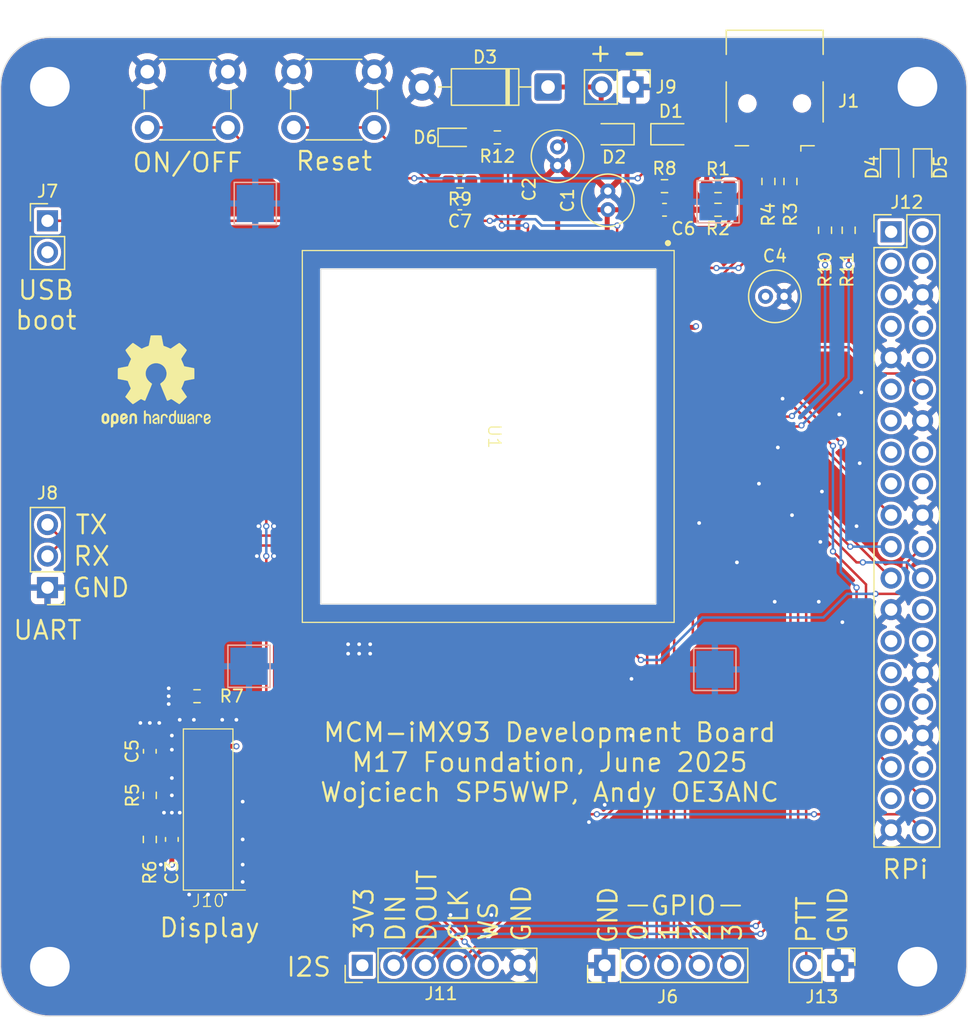
<source format=kicad_pcb>
(kicad_pcb (version 20241229) (generator "pcbnew") (generator_version "9.0")
  (layers (0 "F.Cu" signal) (4 "In1.Cu" power) (6 "In2.Cu" power) (2 "B.Cu" signal) (13 "F.Paste" user) (15 "B.Paste" user) (5 "F.SilkS" user "F.Silkscreen") (7 "B.SilkS" user "B.Silkscreen") (1 "F.Mask" user) (3 "B.Mask" user) (25 "Edge.Cuts" user))
  (net 0 "")
  (net 1 "GND")
  (net 2 "Net-(D2-A)")
  (net 3 "+3V3")
  (net 4 "Net-(J10-Pin_17)")
  (net 5 "/ON{slash}OFF")
  (net 6 "/SOM_RST")
  (net 7 "+5V")
  (net 8 "Net-(D1-A)")
  (net 9 "Net-(D4-A)")
  (net 10 "Net-(D5-A)")
  (net 11 "Net-(D6-A)")
  (net 12 "Net-(J1-D-)")
  (net 13 "Net-(J1-D+)")
  (net 15 "/GPIO_1")
  (net 16 "/GPIO_0")
  (net 17 "/GPIO_2")
  (net 18 "/GPIO_3")
  (net 19 "/USB_BOOT")
  (net 20 "/UART_TX")
  (net 21 "/UART_RX")
  (net 23 "/~{LCD_CS}")
  (net 26 "Net-(J10-Pin_2)")
  (net 29 "/LCD_RS")
  (net 32 "Net-(J10-Pin_20)")
  (net 33 "/SPI1_MOSI")
  (net 34 "/SPI1_SCK")
  (net 36 "/I2S1_DIN")
  (net 37 "/I2S1_DOUT")
  (net 38 "/I2S1_CLK")
  (net 39 "/I2S1_WS")
  (net 42 "/I2S0_CLK")
  (net 46 "/RF_RST")
  (net 51 "/~{RF_CS}")
  (net 61 "/I2S0_WS")
  (net 62 "/SPI0_MOSI")
  (net 63 "/I2S0_DOUT")
  (net 64 "/SPI0_SCK")
  (net 65 "/I2S0_DIN")
  (net 68 "/SPI0_MISO")
  (net 70 "/PTT_BTN")
  (net 71 "Net-(R1-Pad1)")
  (net 72 "Net-(R3-Pad1)")
  (net 73 "Net-(R4-Pad1)")
  (net 74 "Net-(R8-Pad2)")
  (net 75 "Net-(R9-Pad2)")
  (net 76 "/STATUS_LED_1")
  (net 77 "/STATUS_LED_0")
  (net 78 "/SOM_STBY")
  (net 121 "/SPI1_MISO")
  (net 141 "/USB_ID")
  (footprint "MountingHole:MountingHole_3.2mm_M3_DIN965_Pad" (layer "F.Cu") (at 185 65)
    (property "Reference" "H3" (hide yes))
    (property "Value" "M3")
  )
  (footprint "Resistor_SMD:R_0603_1608Metric_Pad0.98x0.95mm_HandSolder" (layer "F.Cu") (at 177.546 76.581 -90)
    (property "Reference" "R10")
    (property "Value" "1k")
  )
  (footprint "Parts:QFN-140_hole_small" (layer "F.Cu") (at 150.368 93.218 -90)
    (property "Reference" "U1")
    (property "Value" "MCM-iMX93")
    (fp_line (start -13.5 13.5) (end -13.5 -13.5) (stroke (width 0.05)) (layer "Edge.Cuts"))
    (fp_line (start 13.5 13.5) (end -13.5 13.5) (stroke (width 0.05)) (layer "Edge.Cuts"))
    (fp_line (start -13.5 -13.5) (end 13.5 -13.5) (stroke (width 0.05)) (layer "Edge.Cuts"))
    (fp_line (start 13.5 -13.5) (end 13.5 13.5) (stroke (width 0.05)) (layer "Edge.Cuts"))
  )
  (footprint "Capacitor_THT:C_Radial_D4.0mm_H5.0mm_P1.50mm" (layer "F.Cu") (at 155.956 69.862 -90)
    (property "Reference" "C2")
    (property "Value" "47u")
  )
  (footprint "Parts:20x0.6_ribbon" (layer "F.Cu") (at 127.77 123.317 180)
    (property "Reference" "J10")
    (property "Value" "Display")
  )
  (footprint "Diode_SMD:D_SOD-323" (layer "F.Cu") (at 160.528 68.834 180)
    (property "Reference" "D2")
    (property "Value" "BAT60A")
  )
  (footprint "Resistor_SMD:R_0603_1608Metric_Pad0.98x0.95mm_HandSolder" (layer "F.Cu") (at 168.91 73.025 180)
    (property "Reference" "R1")
    (property "Value" "12k")
  )
  (footprint "Connector_PinHeader_2.54mm:PinHeader_1x06_P2.54mm_Vertical" (layer "F.Cu") (at 140.208 135.89 90)
    (property "Reference" "J11")
    (property "Value" "External I2S")
  )
  (footprint "Resistor_SMD:R_0603_1608Metric_Pad0.98x0.95mm_HandSolder" (layer "F.Cu") (at 151.1065 69.088)
    (property "Reference" "R12")
    (property "Value" "1k")
  )
  (footprint "Resistor_SMD:R_0603_1608Metric_Pad0.98x0.95mm_HandSolder" (layer "F.Cu") (at 148.082 72.644 180)
    (property "Reference" "R9")
    (property "Value" "1k")
  )
  (footprint "Connector_PinHeader_2.54mm:PinHeader_1x02_P2.54mm_Vertical" (layer "F.Cu") (at 178.567 135.89 -90)
    (property "Reference" "J13")
    (property "Value" "PTT")
  )
  (footprint "Resistor_SMD:R_0603_1608Metric_Pad0.98x0.95mm_HandSolder" (layer "F.Cu") (at 172.974 72.644 90)
    (property "Reference" "R4")
    (property "Value" "22R")
  )
  (footprint "Button_Switch_THT:SW_PUSH_6mm" (layer "F.Cu") (at 129.361 68.29 180)
    (property "Reference" "SW1" (hide yes))
    (property "Value" "ON/OFF")
  )
  (footprint "LED_SMD:LED_0603_1608Metric" (layer "F.Cu") (at 182.753 71.501 -90)
    (property "Reference" "D4")
    (property "Value" "LED")
  )
  (footprint "Connector_PinHeader_2.54mm:PinHeader_2x20_P2.54mm_Vertical" (layer "F.Cu") (at 182.875 76.708)
    (property "Reference" "J12")
    (property "Value" "RPi connector")
  )
  (footprint "Capacitor_SMD:C_0603_1608Metric_Pad1.08x0.95mm_HandSolder" (layer "F.Cu") (at 124.841 125.73 90)
    (property "Reference" "C3")
    (property "Value" "100n")
  )
  (footprint "Symbol:OSHW-Logo2_9.8x8mm_SilkScreen" (layer "F.Cu") (at 123.571 88.773)
    (property "Reference" "REF**" (hide yes))
    (property "Value" "OSHW-Logo2_9.8x8mm_SilkScreen" (hide yes))
  )
  (footprint "Resistor_SMD:R_0603_1608Metric_Pad0.98x0.95mm_HandSolder" (layer "F.Cu") (at 123.063 125.73 -90)
    (property "Reference" "R6")
    (property "Value" "10k")
  )
  (footprint "Resistor_SMD:R_0603_1608Metric_Pad0.98x0.95mm_HandSolder" (layer "F.Cu") (at 168.91 74.93)
    (property "Reference" "R2")
    (property "Value" "22k")
  )
  (footprint "Resistor_SMD:R_0603_1608Metric_Pad0.98x0.95mm_HandSolder" (layer "F.Cu") (at 123.063 122.174 -90)
    (property "Reference" "R5")
    (property "Value" "10k")
  )
  (footprint "LED_SMD:LED_0603_1608Metric" (layer "F.Cu") (at 147.8045 69.088)
    (property "Reference" "D6")
    (property "Value" "LED")
  )
  (footprint "Connector_PinHeader_2.54mm:PinHeader_1x05_P2.54mm_Vertical" (layer "F.Cu") (at 159.766 135.89 90)
    (property "Reference" "J6")
    (property "Value" "GPIO")
  )
  (footprint "Connector_PinHeader_2.54mm:PinHeader_1x03_P2.54mm_Vertical" (layer "F.Cu") (at 114.808 105.41 180)
    (property "Reference" "J8")
    (property "Value" "UART")
  )
  (footprint "Connector_USB:USB_Mini-B_Lumberg_2486_01_Horizontal" (layer "F.Cu") (at 173.482 66.353 180)
    (property "Reference" "J1")
    (property "Value" "USB_B_Mini")
  )
  (footprint "Connector_PinHeader_2.54mm:PinHeader_1x02_P2.54mm_Vertical" (layer "F.Cu") (at 162.052 65.024 -90)
    (property "Reference" "J9")
    (property "Value" "5V supply")
  )
  (footprint "Diode_SMD:D_SOD-323" (layer "F.Cu") (at 165.1 68.834)
    (property "Reference" "D1")
    (property "Value" "BAT60A")
  )
  (footprint "Capacitor_THT:C_Radial_D4.0mm_H5.0mm_P1.50mm" (layer "F.Cu") (at 172.744 81.915)
    (property "Reference" "C4")
    (property "Value" "47u")
  )
  (footprint "Button_Switch_THT:SW_PUSH_6mm" (layer "F.Cu") (at 141.172 68.29 180)
    (property "Reference" "SW2" (hide yes))
    (property "Value" "Reset")
  )
  (footprint "Capacitor_SMD:C_0603_1608Metric_Pad1.08x0.95mm_HandSolder" (layer "F.Cu") (at 148.082 74.422 180)
    (property "Reference" "C7")
    (property "Value" "100n")
  )
  (footprint "MountingHole:MountingHole_3.2mm_M3_DIN965_Pad" (layer "F.Cu") (at 115 136)
    (property "Reference" "H1" (hide yes))
    (property "Value" "M3")
  )
  (footprint "Resistor_SMD:R_0603_1608Metric_Pad0.98x0.95mm_HandSolder" (layer "F.Cu") (at 174.752 72.644 90)
    (property "Reference" "R3")
    (property "Value" "22R")
  )
  (footprint "Capacitor_THT:C_Radial_D4.0mm_H5.0mm_P1.50mm" (layer "F.Cu") (at 160.02 74.918 90)
    (property "Reference" "C1")
    (property "Value" "47u")
  )
  (footprint "MountingHole:MountingHole_3.2mm_M3_DIN965_Pad" (layer "F.Cu") (at 185 136)
    (property "Reference" "H2" (hide yes))
    (property "Value" "M3")
  )
  (footprint "LED_SMD:LED_0603_1608Metric" (layer "F.Cu") (at 185.42 71.501 -90)
    (property "Reference" "D5")
    (property "Value" "LED")
  )
  (footprint "Diode_THT:D_DO-41_SOD81_P10.16mm_Horizontal" (layer "F.Cu") (at 155.194 65.024 180)
    (property "Reference" "D3")
    (property "Value" "1N4007")
  )
  (footprint "Resistor_SMD:R_0603_1608Metric_Pad0.98x0.95mm_HandSolder" (layer "F.Cu") (at 164.592 73.025)
    (property "Reference" "R8")
    (property "Value" "1k")
  )
  (footprint "MountingHole:MountingHole_3.2mm_M3_DIN965_Pad" (layer "F.Cu") (at 115 65)
    (property "Reference" "H4" (hide yes))
    (property "Value" "M3")
  )
  (footprint "Capacitor_SMD:C_0603_1608Metric_Pad1.08x0.95mm_HandSolder" (layer "F.Cu") (at 164.592 74.93)
    (property "Reference" "C6")
    (property "Value" "100n")
  )
  (footprint "Resistor_SMD:R_0603_1608Metric_Pad0.98x0.95mm_HandSolder" (layer "F.Cu") (at 126.873 114.173)
    (property "Reference" "R7")
    (property "Value" "10R")
  )
  (footprint "Connector_PinHeader_2.54mm:PinHeader_1x02_P2.54mm_Vertical" (layer "F.Cu") (at 114.808 75.819)
    (property "Reference" "J7")
    (property "Value" "USB boot")
  )
  (footprint "Capacitor_SMD:C_0603_1608Metric_Pad1.08x0.95mm_HandSolder" (layer "F.Cu") (at 123.063 118.618 90)
    (property "Reference" "C5")
    (property "Value" "100n")
  )
  (footprint "Resistor_SMD:R_0603_1608Metric_Pad0.98x0.95mm_HandSolder" (layer "F.Cu") (at 179.451 76.581 -90)
    (property "Reference" "R11")
    (property "Value" "1k")
  )
  (footprint "TestPoint:TestPoint_Pad_3.0x3.0mm" (layer "B.Cu") (at 131.064 111.76)
    (property "Reference" "J3" (hide yes))
    (property "Value" "~")
  )
  (footprint "TestPoint:TestPoint_Pad_3.0x3.0mm" (layer "B.Cu") (at 131.572 74.422)
    (property "Reference" "J5" (hide yes))
    (property "Value" "~")
  )
  (footprint "TestPoint:TestPoint_Pad_3.0x3.0mm" (layer "B.Cu") (at 168.91 74.283)
    (property "Reference" "J4" (hide yes))
    (property "Value" "~")
  )
  (footprint "TestPoint:TestPoint_Pad_3.0x3.0mm" (layer "B.Cu") (at 168.656 112.014)
    (property "Reference" "J2" (hide yes))
    (property "Value" "~")
  )
  (gr_line (start 170.688 131.064) (end 169.164 131.064) (stroke (width 0.15)) (layer "F.SilkS"))
  (gr_line (start 163.195 131.064) (end 161.671 131.064) (stroke (width 0.15)) (layer "F.SilkS"))
  (gr_line (start 115 61) (end 185 61) (stroke (width 0.05)) (layer "Edge.Cuts"))
  (gr_arc (start 185 61) (mid 187.828427 62.171573) (end 189 65) (stroke (width 0.05)) (layer "Edge.Cuts"))
  (gr_line (start 189 65) (end 189 136) (stroke (width 0.05)) (layer "Edge.Cuts"))
  (gr_line (start 185 140) (end 115 140) (stroke (width 0.05)) (layer "Edge.Cuts"))
  (gr_arc (start 189 136) (mid 187.828427 138.828427) (end 185 140) (stroke (width 0.05)) (layer "Edge.Cuts"))
  (gr_arc (start 111 65) (mid 112.171573 62.171573) (end 115 61) (stroke (width 0.05)) (layer "Edge.Cuts"))
  (gr_arc (start 115 140) (mid 112.171573 138.828427) (end 111 136) (stroke (width 0.05)) (layer "Edge.Cuts"))
  (gr_line (start 111 136) (end 111 65) (stroke (width 0.05)) (layer "Edge.Cuts"))
  (gr_text "GND" (at 153.924 131.699 90) (layer "F.SilkS") (effects (font (size 1.5 1.5) (thickness 0.1875)) (justify bottom)))
  (gr_text "PTT" (at 176.911 132.207 90) (layer "F.SilkS") (effects (font (size 1.5 1.5) (thickness 0.1875)) (justify bottom)))
  (gr_text "3V3" (at 141.224 131.699 90) (layer "F.SilkS") (effects (font (size 1.5 1.5) (thickness 0.1875)) (justify bottom)))
  (gr_text "2" (at 168.402 133.223 90) (layer "F.SilkS") (effects (font (size 1.5 1.5) (thickness 0.1875)) (justify bottom)))
  (gr_text "-" (at 161.036 63.119 0) (layer "F.SilkS") (effects (font (size 1.5 1.5) (thickness 0.3) (bold yes)) (justify left bottom)))
  (gr_text "0" (at 163.322 133.223 90) (layer "F.SilkS") (effects (font (size 1.5 1.5) (thickness 0.1875)) (justify bottom)))
  (gr_text "MCM-iMX93 Development Board\nM17 Foundation, June 2025\nWojciech SP5WWP, Andy OE3ANC" (at 155.321 122.809 0) (layer "F.SilkS") (effects (font (size 1.5 1.5) (thickness 0.1875)) (justify bottom)))
  (gr_text "ON/OFF" (at 126.111 72.009 0) (layer "F.SilkS") (effects (font (size 1.5 1.5) (thickness 0.1875)) (justify bottom)))
  (gr_text "3" (at 170.942 133.223 90) (layer "F.SilkS") (effects (font (size 1.5 1.5) (thickness 0.1875)) (justify bottom)))
  (gr_text "I2S" (at 135.89 136.906 0) (layer "F.SilkS") (effects (font (size 1.5 1.5) (thickness 0.1875)) (justify bottom)))
  (gr_text "DIN" (at 143.764 132.08 90) (layer "F.SilkS") (effects (font (size 1.5 1.5) (thickness 0.1875)) (justify bottom)))
  (gr_text "CLK" (at 148.844 131.826 90) (layer "F.SilkS") (effects (font (size 1.5 1.5) (thickness 0.1875)) (justify bottom)))
  (gr_text "GND" (at 160.909 131.826 90) (layer "F.SilkS") (effects (font (size 1.5 1.5) (thickness 0.1875)) (justify bottom)))
  (gr_text "GND" (at 119.126 106.299 0) (layer "F.SilkS") (effects (font (size 1.5 1.5) (thickness 0.1875)) (justify bottom)))
  (gr_text "TX" (at 118.364 101.219 0) (layer "F.SilkS") (effects (font (size 1.5 1.5) (thickness 0.1875)) (justify bottom)))
  (gr_text "GND" (at 179.451 131.826 90) (layer "F.SilkS") (effects (font (size 1.5 1.5) (thickness 0.1875)) (justify bottom)))
  (gr_text "+" (at 158.369 63.119 0) (layer "F.SilkS") (effects (font (size 1.5 1.5) (thickness 0.1875)) (justify left bottom)))
  (gr_text "USB\nboot" (at 114.681 84.709 0) (layer "F.SilkS") (effects (font (size 1.5 1.5) (thickness 0.1875)) (justify bottom)))
  (gr_text "Reset" (at 137.922 71.882 0) (layer "F.SilkS") (effects (font (size 1.5 1.5) (thickness 0.1875)) (justify bottom)))
  (gr_text "1" (at 165.862 133.223 90) (layer "F.SilkS") (effects (font (size 1.5 1.5) (thickness 0.1875)) (justify bottom)))
  (gr_text "UART" (at 114.808 109.728 0) (layer "F.SilkS") (effects (font (size 1.5 1.5) (thickness 0.1875)) (justify bottom)))
  (gr_text "GPIO" (at 166.116 131.953 0) (layer "F.SilkS") (effects (font (size 1.5 1.5) (thickness 0.1875)) (justify bottom)))
  (gr_text "WS" (at 151.257 132.334 90) (layer "F.SilkS") (effects (font (size 1.5 1.5) (thickness 0.1875)) (justify bottom)))
  (gr_text "DOUT" (at 146.304 131.064 90) (layer "F.SilkS") (effects (font (size 1.5 1.5) (thickness 0.1875)) (justify bottom)))
  (gr_text "RX" (at 118.364 103.759 0) (layer "F.SilkS") (effects (font (size 1.5 1.5) (thickness 0.1875)) (justify bottom)))
  (gr_text "RPi" (at 184.023 129.032 0) (layer "F.SilkS") (effects (font (size 1.5 1.5) (thickness 0.1875)) (justify bottom)))
  (gr_text "Display" (at 127.889 133.731 0) (layer "F.SilkS") (effects (font (size 1.5 1.5) (thickness 0.1875)) (justify bottom)))
  (segment (start 129.682 129.017) (end 127.77 129.017) (width 0.2) (layer "F.Cu") (net 1))
  (segment (start 139.968 108.218) (end 139.968 109.968) (width 0.4) (layer "F.Cu") (net 1))
  (segment (start 129.722 127.817) (end 130.048 128.143) (width 0.2) (layer "F.Cu") (net 1))
  (segment (start 130.048 128.143) (end 130.048 128.651) (width 0.2) (layer "F.Cu") (net 1))
  (segment (start 139.968 109.968) (end 139.954 109.982) (width 0.4) (layer "F.Cu") (net 1))
  (segment (start 130.048 128.651) (end 129.682 129.017) (width 0.2) (layer "F.Cu") (net 1))
  (segment (start 127.77 127.817) (end 129.722 127.817) (width 0.2) (layer "F.Cu") (net 1))
  (via (at 130.556 122.682) (size 0.5) (drill 0.3) (layers "F.Cu" "B.Cu") (net 1))
  (via (at 124.841 123.571) (size 0.5) (drill 0.3) (layers "F.Cu" "B.Cu") (net 1))
  (via (at 130.556 129.159) (size 0.5) (drill 0.3) (layers "F.Cu" "B.Cu") (net 1))
  (via (at 177.165 101.727) (size 0.5) (drill 0.3) (layers "F.Cu" "B.Cu") (net 1))
  (via (at 124.841 117.348) (size 0.5) (drill 0.3) (layers "F.Cu" "B.Cu") (net 1))
  (via (at 125.476 116.078) (size 0.5) (drill 0.3) (layers "F.Cu" "B.Cu") (net 1))
  (via (at 126.619 116.078) (size 0.5) (drill 0.3) (layers "F.Cu" "B.Cu") (net 1))
  (via (at 178.943 108.204) (size 0.5) (drill 0.3) (layers "F.Cu" "B.Cu") (net 1))
  (via (at 158.496 124.333) (size 0.5) (drill 0.3) (layers "F.Cu" "B.Cu") (net 1))
  (via (at 180.34 95.377) (size 0.5) (drill 0.3) (layers "F.Cu" "B.Cu") (net 1))
  (via (at 130.556 125.73) (size 0.5) (drill 0.3) (layers "F.Cu" "B.Cu") (net 1))
  (via (at 139.954 110.744) (size 0.5) (drill 0.3) (layers "F.Cu" "B.Cu") (net 1))
  (via (at 173.482 106.553) (size 0.5) (drill 0.3) (layers "F.Cu" "B.Cu") (net 1))
  (via (at 131.699 102.87) (size 0.5) (drill 0.3) (layers "F.Cu" "B.Cu") (net 1))
  (via (at 125.476 123.571) (size 0.5) (drill 0.3) (layers "F.Cu" "B.Cu") (net 1))
  (via (at 124.841 118.491) (size 0.5) (drill 0.3) (layers "F.Cu" "B.Cu") (net 1))
  (via (at 131.826 100.457) (size 0.5) (drill 0.3) (layers "F.Cu" "B.Cu") (net 1))
  (via (at 126.238 130.175) (size 0.5) (drill 0.3) (layers "F.Cu" "B.Cu") (net 1))
  (via (at 180.086 100.457) (size 0.5) (drill 0.3) (layers "F.Cu" "B.Cu") (net 1))
  (via (at 174.117 90.17) (size 0.5) (drill 0.3) (layers "F.Cu" "B.Cu") (net 1))
  (via (at 133.096 102.87) (size 0.5) (drill 0.3) (layers "F.Cu" "B.Cu") (net 1))
  (via (at 124.587 113.538) (size 0.5) (drill 0.3) (layers "F.Cu" "B.Cu") (net 1))
  (via (at 177.038 106.553) (size 0.5) (drill 0.3) (layers "F.Cu" "B.Cu") (net 1))
  (via (at 172.212 97.028) (size 0.5) (drill 0.3) (layers "F.Cu" "B.Cu") (net 1))
  (via (at 127.762 130.175) (size 0.5) (drill 0.3) (layers "F.Cu" "B.Cu") (net 1))
  (via (at 140.843 109.982) (size 0.5) (drill 0.3) (layers "F.Cu" "B.Cu") (net 1))
  (via (at 129.159 130.175) (size 0.5) (drill 0.3) (layers "F.Cu" "B.Cu") (net 1))
  (via (at 159.766 122.936) (size 0.5) (drill 0.3) (layers "F.Cu" "B.Cu") (net 1))
  (via (at 124.587 114.173) (size 0.5) (drill 0.3) (layers "F.Cu" "B.Cu") (net 1))
  (via (at 139.954 109.982) (size 0.5) (drill 0.3) (layers "F.Cu" "B.Cu") (net 1))
  (via (at 140.843 110.744) (size 0.5) (drill 0.3) (layers "F.Cu" "B.Cu") (net 1))
  (via (at 139.065 110.744) (size 0.5) (drill 0.3) (layers "F.Cu" "B.Cu") (net 1))
  (via (at 123.952 127.762) (size 0.5) (drill 0.3) (layers "F.Cu" "B.Cu") (net 1))
  (via (at 161.925 122.555) (size 0.5) (drill 0.3) (layers "F.Cu" "B.Cu") (net 1))
  (via (at 150.622 131.826) (size 0.5) (drill 0.3) (layers "F.Cu" "B.Cu") (net 1))
  (via (at 170.434 103.378) (size 0.5) (drill 0.3) (layers "F.Cu" "B.Cu") (net 1))
  (via (at 178.689 91.44) (size 0.5) (drill 0.3) (layers "F.Cu" "B.Cu") (net 1))
  (via (at 161.925 117.348) (size 0.5) (drill 0.3) (layers "F.Cu" "B.Cu") (net 1))
  (via (at 147.32 131.826) (size 0.5) (drill 0.3) (layers "F.Cu" "B.Cu") (net 1))
  (via (at 180.467 89.662) (size 0.5) (drill 0.3) (layers "F.Cu" "B.Cu") (net 1))
  (via (at 124.841 122.174) (size 0.5) (drill 0.3) (layers "F.Cu" "B.Cu") (net 1))
  (via (at 128.905 116.078) (size 0.5) (drill 0.3) (layers "F.Cu" "B.Cu") (net 1))
  (via (at 123.063 116.332) (size 0.5) (drill 0.3) (layers "F.Cu" "B.Cu") (net 1))
  (via (at 161.925 112.776) (size 0.5) (drill 0.3) (layers "F.Cu" "B.Cu") (net 1))
  (via (at 133.096 100.457) (size 0.5) (drill 0.3) (layers "F.Cu" "B.Cu") (net 1))
  (via (at 124.841 120.777) (size 0.5) (drill 0.3) (layers "F.Cu" "B.Cu") (net 1))
  (via (at 122.301 116.332) (size 0.5) (drill 0.3) (layers "F.Cu" "B.Cu") (net 1))
  (via (at 167.386 100.203) (size 0.5) (drill 0.3) (layers "F.Cu" "B.Cu") (net 1))
  (via (at 124.206 123.571) (size 0.5) (drill 0.3) (layers "F.Cu" "B.Cu") (net 1))
  (via (at 130.556 127.762) (size 0.5) (drill 0.3) (layers "F.Cu" "B.Cu") (net 1))
  (via (at 173.736 94.107) (size 0.5) (drill 0.3) (layers "F.Cu" "B.Cu") (net 1))
  (via (at 174.879 99.568) (size 0.5) (drill 0.3) (layers "F.Cu" "B.Cu") (net 1))
  (via (at 124.587 114.808) (size 0.5) (drill 0.3) (layers "F.Cu" "B.Cu") (net 1))
  (via (at 130.048 116.078) (size 0.5) (drill 0.3) (layers "F.Cu" "B.Cu") (net 1))
  (via (at 123.825 116.332) (size 0.5) (drill 0.3) (layers "F.Cu" "B.Cu") (net 1))
  (via (at 139.065 109.982) (size 0.5) (drill 0.3) (layers "F.Cu" "B.Cu") (net 1))
  (via (at 177.292 97.663) (size 0.5) (drill 0.3) (layers "F.Cu" "B.Cu") (net 1))
  (segment (start 159.478 65.058) (end 159.512 65.024) (width 0.2) (layer "F.Cu") (net 2))
  (segment (start 159.478 68.834) (end 156.984 68.834) (width 0.4) (layer "F.Cu") (net 2))
  (segment (start 159.478 68.834) (end 159.478 65.058) (width 0.4) (layer "F.Cu") (net 2))
  (segment (start 156.984 68.834) (end 155.956 69.862) (width 0.4) (layer "F.Cu") (net 2))
  (segment (start 155.194 65.024) (end 159.512 65.024) (width 0.4) (layer "F.Cu") (net 2))
  (segment (start 127.77 126.617) (end 125.476 126.617) (width 0.4) (layer "F.Cu") (net 3))
  (segment (start 124.841 127.762) (end 124.841 126.5925) (width 0.4) (layer "F.Cu") (net 3))
  (segment (start 165.368 84.418) (end 167.042 84.418) (width 0.4) (layer "F.Cu") (net 3))
  (segment (start 123.066 124.8175) (end 124.841 126.5925) (width 0.2) (layer "F.Cu") (net 3))
  (segment (start 130.048 118.217) (end 127.77 118.217) (width 0.4) (layer "F.Cu") (net 3))
  (segment (start 124.8655 126.617) (end 124.841 126.5925) (width 0.4) (layer "F.Cu") (net 3))
  (segment (start 127.77 127.217) (end 126.076 127.217) (width 0.4) (layer "F.Cu") (net 3))
  (segment (start 123.063 123.0865) (end 123.063 124.8175) (width 0.2) (layer "F.Cu") (net 3))
  (segment (start 125.476 126.617) (end 124.8655 126.617) (width 0.4) (layer "F.Cu") (net 3))
  (segment (start 123.063 124.8175) (end 123.066 124.8175) (width 0.2) (layer "F.Cu") (net 3))
  (segment (start 167.042 84.418) (end 167.132 84.328) (width 0.4) (layer "F.Cu") (net 3))
  (segment (start 126.076 127.217) (end 125.476 126.617) (width 0.4) (layer "F.Cu") (net 3))
  (via (at 124.841 127.762) (size 0.5) (drill 0.3) (layers "F.Cu" "B.Cu") (net 3))
  (via (at 130.048 118.217) (size 0.5) (drill 0.3) (layers "F.Cu" "B.Cu") (net 3))
  (via (at 167.132 84.328) (size 0.5) (drill 0.3) (layers "F.Cu" "B.Cu") (net 3))
  (segment (start 123.063 119.4805) (end 123.063 121.2615) (width 0.2) (layer "F.Cu") (net 4))
  (segment (start 127.77 119.417) (end 123.3805 119.417) (width 0.2) (layer "F.Cu") (net 4))
  (segment (start 123.1265 119.417) (end 123.063 119.4805) (width 0.2) (layer "F.Cu") (net 4))
  (segment (start 163.6795 73.025) (end 163.6795 74.88) (width 0.2) (layer "F.Cu") (net 5))
  (segment (start 162.368 78.218) (end 162.368 75.503) (width 0.2) (layer "F.Cu") (net 5))
  (segment (start 162.941 74.93) (end 163.7295 74.93) (width 0.2) (layer "F.Cu") (net 5))
  (segment (start 163.6795 74.88) (end 163.7295 74.93) (width 0.2) (layer "F.Cu") (net 5))
  (segment (start 162.368 75.503) (end 162.941 74.93) (width 0.2) (layer "F.Cu") (net 5))
  (segment (start 151.468 76.2) (end 151.468 75.903) (width 0.2) (layer "F.Cu") (net 6))
  (segment (start 153.466 76.2) (end 153.568 76.302) (width 0.2) (layer "F.Cu") (net 6))
  (segment (start 149.987 74.422) (end 148.9445 74.422) (width 0.2) (layer "F.Cu") (net 6))
  (segment (start 148.9945 74.372) (end 148.9445 74.422) (width 0.2) (layer "F.Cu") (net 6))
  (segment (start 148.9945 72.644) (end 148.9945 74.372) (width 0.2) (layer "F.Cu") (net 6))
  (segment (start 153.568 76.302) (end 153.568 78.218) (width 0.2) (layer "F.Cu") (net 6))
  (segment (start 153.416 76.2) (end 153.466 76.2) (width 0.2) (layer "F.Cu") (net 6))
  (segment (start 151.468 75.903) (end 149.987 74.422) (width 0.2) (layer "F.Cu") (net 6))
  (via (at 153.416 76.2) (size 0.5) (drill 0.3) (layers "F.Cu" "B.Cu") (net 6))
  (via (at 151.468 76.2) (size 0.5) (drill 0.3) (layers "F.Cu" "B.Cu") (net 6))
  (segment (start 151.468 76.2) (end 153.416 76.2) (width 0.2) (layer "B.Cu") (net 6))
  (segment (start 159.968 74.982) (end 160.02 74.93) (width 0.2) (layer "F.Cu") (net 7))
  (segment (start 161.568 68.844) (end 161.578 68.834) (width 0.2) (layer "F.Cu") (net 7))
  (segment (start 153.67 74.93) (end 155.956 74.93) (width 0.4) (layer "F.Cu") (net 7))
  (segment (start 160.02 74.93) (end 161.568 74.93) (width 0.4) (layer "F.Cu") (net 7))
  (segment (start 161.568 74.93) (end 161.568 68.844) (width 0.4) (layer "F.Cu") (net 7))
  (segment (start 159.968 78.218) (end 159.968 74.982) (width 0.4) (layer "F.Cu") (net 7))
  (segment (start 155.968 78.218) (end 155.968 74.942) (width 0.4) (layer "F.Cu") (net 7))
  (segment (start 161.568 78.218) (end 161.568 74.93) (width 0.4) (layer "F.Cu") (net 7))
  (segment (start 152.768 78.218) (end 152.768 75.832) (width 0.4) (layer "F.Cu") (net 7))
  (segment (start 155.956 74.93) (end 160.02 74.93) (width 0.4) (layer "F.Cu") (net 7))
  (segment (start 164.05 68.834) (end 161.578 68.834) (width 0.4) (layer "F.Cu") (net 7))
  (segment (start 152.768 75.832) (end 153.67 74.93) (width 0.4) (layer "F.Cu") (net 7))
  (segment (start 155.968 74.942) (end 155.956 74.93) (width 0.2) (layer "F.Cu") (net 7))
  (segment (start 174.539 67.31) (end 175.082 67.853) (width 0.4) (layer "F.Cu") (net 8))
  (segment (start 175.082 67.853) (end 175.082 69.053) (width 0.4) (layer "F.Cu") (net 8))
  (segment (start 166.624 67.31) (end 174.539 67.31) (width 0.4) (layer "F.Cu") (net 8))
  (segment (start 167.9975 71.6045) (end 167.9975 73.025) (width 0.4) (layer "F.Cu") (net 8))
  (segment (start 166.15 68.834) (end 166.15 69.757) (width 0.4) (layer "F.Cu") (net 8))
  (segment (start 166.15 69.757) (end 167.9975 71.6045) (width 0.4) (layer "F.Cu") (net 8))
  (segment (start 166.15 67.784) (end 166.15 68.834) (width 0.4) (layer "F.Cu") (net 8))
  (segment (start 166.624 67.31) (end 166.15 67.784) (width 0.4) (layer "F.Cu") (net 8))
  (segment (start 182.753 72.2885) (end 180.0605 72.2885) (width 0.2) (layer "F.Cu") (net 9))
  (segment (start 177.546 74.803) (end 177.546 75.6685) (width 0.2) (layer "F.Cu") (net 9))
  (segment (start 180.0605 72.2885) (end 177.546 74.803) (width 0.2) (layer "F.Cu") (net 9))
  (segment (start 184.912 73.406) (end 185.42 72.898) (width 0.2) (layer "F.Cu") (net 10))
  (segment (start 179.451 74.803) (end 180.848 73.406) (width 0.2) (layer "F.Cu") (net 10))
  (segment (start 180.848 73.406) (end 184.912 73.406) (width 0.2) (layer "F.Cu") (net 10))
  (segment (start 185.42 72.898) (end 185.42 72.2885) (width 0.2) (layer "F.Cu") (net 10))
  (segment (start 179.451 75.6685) (end 179.451 74.803) (width 0.2) (layer "F.Cu") (net 10))
  (segment (start 150.194 69.088) (end 148.592 69.088) (width 0.2) (layer "F.Cu") (net 11))
  (segment (start 174.282 71.2615) (end 174.752 71.7315) (width 0.2) (layer "F.Cu") (net 12))
  (segment (start 174.282 69.053) (end 174.282 71.2615) (width 0.2) (layer "F.Cu") (net 12))
  (segment (start 173.482 69.053) (end 173.482 71.2235) (width 0.2) (layer "F.Cu") (net 13))
  (segment (start 173.482 71.2235) (end 172.974 71.7315) (width 0.2) (layer "F.Cu") (net 13))
  (segment (start 163.957 110.49) (end 163.957 135.001) (width 0.2) (layer "F.Cu") (net 15))
  (segment (start 163.968 108.218) (end 163.968 110.479) (width 0.2) (layer "F.Cu") (net 15))
  (segment (start 163.968 110.479) (end 163.957 110.49) (width 0.2) (layer "F.Cu") (net 15))
  (segment (start 163.957 135.001) (end 164.846 135.89) (width 0.2) (layer "F.Cu") (net 15))
  (segment (start 163.195 135.001) (end 162.306 135.89) (width 0.2) (layer "F.Cu") (net 16))
  (segment (start 163.168 108.218) (end 163.195 108.245) (width 0.2) (layer "F.Cu") (net 16))
  (segment (start 163.195 108.245) (end 163.195 135.001) (width 0.2) (layer "F.Cu") (net 16))
  (segment (start 165.354 111.252) (end 165.354 133.858) (width 0.2) (layer "F.Cu") (net 17))
  (segment (start 165.368 111.238) (end 165.354 111.252) (width 0.2) (layer "F.Cu") (net 17))
  (segment (start 165.368 106.818) (end 165.368 110.476) (width 0.2) (layer "F.Cu") (net 17))
  (segment (start 165.368 110.476) (end 165.368 111.238) (width 0.2) (layer "F.Cu") (net 17))
  (segment (start 165.354 133.858) (end 167.386 135.89) (width 0.2) (layer "F.Cu") (net 17))
  (segment (start 166.597 106.018) (end 165.368 106.018) (width 0.2) (layer "F.Cu") (net 18))
  (segment (start 166.878 109.855) (end 166.878 106.299) (width 0.2) (layer "F.Cu") (net 18))
  (segment (start 166.878 106.299) (end 166.597 106.018) (width 0.2) (layer "F.Cu") (net 18))
  (segment (start 166.243 132.207) (end 166.243 110.49) (width 0.2) (layer "F.Cu") (net 18))
  (segment (start 169.926 135.89) (end 166.243 132.207) (width 0.2) (layer "F.Cu") (net 18))
  (segment (start 166.243 110.49) (end 166.878 109.855) (width 0.2) (layer "F.Cu") (net 18))
  (segment (start 160.768 78.218) (end 160.768 76.214) (width 0.2) (layer "F.Cu") (net 19))
  (segment (start 160.768 76.214) (end 160.782 76.2) (width 0.2) (layer "F.Cu") (net 19))
  (segment (start 150.495 75.819) (end 114.808 75.819) (width 0.2) (layer "F.Cu") (net 19))
  (via (at 160.782 76.2) (size 0.5) (drill 0.3) (layers "F.Cu" "B.Cu") (net 19))
  (via (at 150.495 75.819) (size 0.5) (drill 0.3) (layers "F.Cu" "B.Cu") (net 19))
  (segment (start 150.495 75.819) (end 150.876 75.819) (width 0.2) (layer "B.Cu") (net 19))
  (segment (start 150.876 75.819) (end 151.003 75.692) (width 0.2) (layer "B.Cu") (net 19))
  (segment (start 154.178 75.692) (end 154.686 76.2) (width 0.2) (layer "B.Cu") (net 19))
  (segment (start 151.003 75.692) (end 154.178 75.692) (width 0.2) (layer "B.Cu") (net 19))
  (segment (start 154.686 76.2) (end 160.782 76.2) (width 0.2) (layer "B.Cu") (net 19))
  (segment (start 115.696 101.218) (end 114.808 100.33) (width 0.2) (layer "F.Cu") (net 20))
  (segment (start 135.368 101.218) (end 115.696 101.218) (width 0.2) (layer "F.Cu") (net 20))
  (segment (start 115.66 102.018) (end 114.808 102.87) (width 0.2) (layer "F.Cu") (net 21))
  (segment (start 135.368 102.018) (end 115.66 102.018) (width 0.2) (layer "F.Cu") (net 21))
  (segment (start 123.063 127.635) (end 123.063 126.6425) (width 0.2) (layer "F.Cu") (net 26))
  (segment (start 123.845 128.417) (end 123.063 127.635) (width 0.2) (layer "F.Cu") (net 26))
  (segment (start 127.7665 128.4205) (end 127.77 128.417) (width 0.2) (layer "F.Cu") (net 26))
  (segment (start 127.77 128.417) (end 123.845 128.417) (width 0.2) (layer "F.Cu") (net 26))
  (segment (start 127.7465 114.173) (end 127.7465 117.5935) (width 0.4) (layer "F.Cu") (net 32))
  (segment (start 127.7465 117.5935) (end 127.77 117.617) (width 0.2) (layer "F.Cu") (net 32))
  (segment (start 165.368 98.818) (end 165.38 98.806) (width 0.2) (layer "F.Cu") (net 36))
  (segment (start 165.38 98.806) (end 167.64 98.806) (width 0.2) (layer "F.Cu") (net 36))
  (segment (start 167.64 98.806) (end 174.752 105.918) (width 0.2) (layer "F.Cu") (net 36))
  (segment (start 174.752 129.921) (end 171.958 132.715) (width 0.2) (layer "F.Cu") (net 36))
  (segment (start 174.752 105.918) (end 174.752 107.188) (width 0.2) (layer "F.Cu") (net 36))
  (segment (start 174.752 107.188) (end 174.752 129.921) (width 0.2) (layer "F.Cu") (net 36))
  (via (at 171.958 132.715) (size 0.5) (drill 0.3) (layers "F.Cu" "B.Cu") (net 36))
  (segment (start 171.958 132.715) (end 145.923 132.715) (width 0.2) (layer "B.Cu") (net 36))
  (segment (start 145.923 132.715) (end 142.748 135.89) (width 0.2) (layer "B.Cu") (net 36))
  (segment (start 167.868 98.018) (end 165.368 98.018) (width 0.2) (layer "F.Cu") (net 37))
  (segment (start 175.371997 130.317003) (end 175.371997 105.521997) (width 0.2) (layer "F.Cu") (net 37))
  (segment (start 172.339 133.35) (end 175.371997 130.317003) (width 0.2) (layer "F.Cu") (net 37))
  (segment (start 175.371997 105.521997) (end 167.868 98.018) (width 0.2) (layer "F.Cu") (net 37))
  (via (at 172.339 133.35) (size 0.5) (drill 0.3) (layers "F.Cu" "B.Cu") (net 37))
  (segment (start 147.828 133.35) (end 145.288 135.89) (width 0.2) (layer "B.Cu") (net 37))
  (segment (start 172.339 133.35) (end 147.828 133.35) (width 0.2) (layer "B.Cu") (net 37))
  (segment (start 160.768 122.95) (end 147.828 135.89) (width 0.2) (layer "F.Cu") (net 38))
  (segment (start 160.768 108.218) (end 160.768 122.95) (width 0.2) (layer "F.Cu") (net 38))
  (segment (start 133.578 88.418) (end 135.368 88.418) (width 0.2) (layer "F.Cu") (net 39))
  (segment (start 132.461 102.87) (end 132.461 117.983) (width 0.2) (layer "F.Cu") (net 39))
  (segment (start 132.461 89.535) (end 133.578 88.418) (width 0.2) (layer "F.Cu") (net 39))
  (segment (start 132.461 117.983) (end 148.463 133.985) (width 0.2) (layer "F.Cu") (net 39))
  (segment (start 132.461 100.457) (end 132.461 89.535) (width 0.2) (layer "F.Cu") (net 39))
  (via (at 148.463 133.985) (size 0.5) (drill 0.3) (layers "F.Cu" "B.Cu") (net 39))
  (via (at 132.461 102.87) (size 0.5) (drill 0.3) (layers "F.Cu" "B.Cu") (net 39))
  (via (at 132.461 100.457) (size 0.5) (drill 0.3) (layers "F.Cu" "B.Cu") (net 39))
  (segment (start 132.461 102.87) (end 132.461 100.457) (width 0.2) (layer "B.Cu") (net 39))
  (segment (start 150.368 135.89) (end 148.463 133.985) (width 0.2) (layer "B.Cu") (net 39))
  (segment (start 184.145 88.138) (end 185.415 89.408) (width 0.2) (layer "F.Cu") (net 42))
  (segment (start 179.49 86.018) (end 181.61 88.138) (width 0.2) (layer "F.Cu") (net 42))
  (segment (start 165.368 86.018) (end 179.49 86.018) (width 0.2) (layer "F.Cu") (net 42))
  (segment (start 181.61 88.138) (end 184.145 88.138) (width 0.2) (layer "F.Cu") (net 42))
  (segment (start 185.415 102.113) (end 185.415 102.108) (width 0.2) (layer "F.Cu") (net 46))
  (segment (start 184.15 103.378) (end 185.415 102.113) (width 0.2) (layer "F.Cu") (net 46))
  (segment (start 181.61 105.918) (end 183.642 105.918) (width 0.2) (layer "F.Cu") (net 46))
  (segment (start 184.15 105.41) (end 184.15 103.378) (width 0.2) (layer "F.Cu") (net 46))
  (segment (start 162.368 108.218) (end 162.368 110.933) (width 0.2) (layer "F.Cu") (net 46))
  (segment (start 162.368 110.933) (end 162.687 111.252) (width 0.2) (layer "F.Cu") (net 46))
  (segment (start 183.642 105.918) (end 184.15 105.41) (width 0.2) (layer "F.Cu") (net 46))
  (via (at 181.61 105.918) (size 0.5) (drill 0.3) (layers "F.Cu" "B.Cu") (net 46))
  (via (at 162.687 111.252) (size 0.5) (drill 0.3) (layers "F.Cu" "B.Cu") (net 46))
  (segment (start 162.687 111.252) (end 164.211 111.252) (width 0.2) (layer "B.Cu") (net 46))
  (segment (start 179.324 105.918) (end 181.61 105.918) (width 0.2) (layer "B.Cu") (net 46))
  (segment (start 177.419 107.823) (end 179.324 105.918) (width 0.2) (layer "B.Cu") (net 46))
  (segment (start 164.211 111.252) (end 167.64 107.823) (width 0.2) (layer "B.Cu") (net 46))
  (segment (start 167.64 107.823) (end 177.419 107.823) (width 0.2) (layer "B.Cu") (net 46))
  (segment (start 180.086 103.378) (end 172.326 95.618) (width 0.2) (layer "F.Cu") (net 51))
  (segment (start 172.326 95.618) (end 165.368 95.618) (width 0.2) (layer "F.Cu") (net 51))
  (segment (start 180.594 103.378) (end 180.086 103.378) (width 0.2) (layer "F.Cu") (net 51))
  (via (at 180.594 103.378) (size 0.5) (drill 0.3) (layers "F.Cu" "B.Cu") (net 51))
  (segment (start 180.594 103.378) (end 184.145 103.378) (width 0.2) (layer "B.Cu") (net 51))
  (segment (start 184.145 103.378) (end 185.415 104.648) (width 0.2) (layer "B.Cu") (net 51))
  (segment (start 180.848 105.156) (end 180.848 117.861) (width 0.2) (layer "F.Cu") (net 61))
  (segment (start 175.019 90.818) (end 165.368 90.818) (width 0.2) (layer "F.Cu") (net 61))
  (segment (start 180.848 105.156) (end 178.181 102.489) (width 0.2) (layer "F.Cu") (net 61))
  (segment (start 180.848 117.861) (end 182.875 119.888) (width 0.2) (layer "F.Cu") (net 61))
  (segment (start 178.181 93.98) (end 175.019 90.818) (width 0.2) (layer "F.Cu") (net 61))
  (via (at 178.181 93.98) (size 0.5) (drill 0.3) (layers "F.Cu" "B.Cu") (net 61))
  (via (at 178.181 102.489) (size 0.5) (drill 0.3) (layers "F.Cu" "B.Cu") (net 61))
  (segment (start 178.181 102.489) (end 178.181 93.98) (width 0.2) (layer "B.Cu") (net 61))
  (segment (start 165.368 93.218) (end 176.525 93.218) (width 0.2) (layer "F.Cu") (net 62))
  (segment (start 176.525 93.218) (end 182.875 99.568) (width 0.2) (layer "F.Cu") (net 62))
  (segment (start 133.096 115.062) (end 133.096 104.394) (width 0.2) (layer "F.Cu") (net 63))
  (segment (start 133.872 103.618) (end 135.368 103.618) (width 0.2) (layer "F.Cu") (net 63))
  (segment (start 184.145 123.698) (end 176.657 123.698) (width 0.2) (layer "F.Cu") (net 63))
  (segment (start 185.415 124.968) (end 184.145 123.698) (width 0.2) (layer "F.Cu") (net 63))
  (segment (start 141.732 123.698) (end 133.096 115.062) (width 0.2) (layer "F.Cu") (net 63))
  (segment (start 159.131 123.698) (end 141.732 123.698) (width 0.2) (layer "F.Cu") (net 63))
  (segment (start 133.096 104.394) (end 133.872 103.618) (width 0.2) (layer "F.Cu") (net 63))
  (via (at 176.657 123.698) (size 0.5) (drill 0.3) (layers "F.Cu" "B.Cu") (net 63))
  (via (at 159.131 123.698) (size 0.5) (drill 0.3) (layers "F.Cu" "B.Cu") (net 63))
  (segment (start 159.131 123.698) (end 176.657 123.698) (width 0.2) (layer "B.Cu") (net 63))
  (segment (start 165.368 94.018) (end 172.245 94.018) (width 0.2) (layer "F.Cu") (net 64))
  (segment (start 172.245 94.018) (end 182.875 104.648) (width 0.2) (layer "F.Cu") (net 64))
  (segment (start 184.145 121.158) (end 185.415 122.428) (width 0.2) (layer "F.Cu") (net 65))
  (segment (start 180.086 119.634) (end 181.61 121.158) (width 0.2) (layer "F.Cu") (net 65))
  (segment (start 171.908 86.818) (end 165.368 86.818) (width 0.2) (layer "F.Cu") (net 65))
  (segment (start 178.816 93.726) (end 171.908 86.818) (width 0.2) (layer "F.Cu") (net 65))
  (segment (start 181.61 121.158) (end 184.145 121.158) (width 0.2) (layer "F.Cu") (net 65))
  (segment (start 180.086 105.41) (end 180.086 119.634) (width 0.2) (layer "F.Cu") (net 65))
  (via (at 178.816 93.726) (size 0.5) (drill 0.3) (layers "F.Cu" "B.Cu") (net 65))
  (via (at 180.086 105.41) (size 0.5) (drill 0.3) (layers "F.Cu" "B.Cu") (net 65))
  (segment (start 178.816 104.14) (end 180.086 105.41) (width 0.2) (layer "B.Cu") (net 65))
  (segment (start 178.816 93.726) (end 178.816 104.14) (width 0.2) (layer "B.Cu") (net 65))
  (segment (start 172.288 94.818) (end 165.368 94.818) (width 0.2) (layer "F.Cu") (net 68))
  (segment (start 179.578 102.108) (end 172.288 94.818) (width 0.2) (layer "F.Cu") (net 68))
  (via (at 179.578 102.108) (size 0.5) (drill 0.3) (layers "F.Cu" "B.Cu") (net 68))
  (segment (start 179.578 102.108) (end 182.875 102.108) (width 0.2) (layer "B.Cu") (net 68))
  (segment (start 176.027 124.592) (end 176.027 135.89) (width 0.2) (layer "F.Cu") (net 70))
  (segment (start 176.022 124.587) (end 176.027 124.592) (width 0.2) (layer "F.Cu") (net 70))
  (segment (start 165.368 97.218) (end 167.83 97.218) (width 0.2) (layer "F.Cu") (net 70))
  (segment (start 167.83 97.218) (end 176.022 105.41) (width 0.2) (layer "F.Cu") (net 70))
  (segment (start 176.022 105.41) (end 176.022 124.587) (width 0.2) (layer "F.Cu") (net 70))
  (segment (start 163.168 76.862) (end 163.703 76.327) (width 0.2) (layer "F.Cu") (net 71))
  (segment (start 169.8225 75.7955) (end 169.8225 74.93) (width 0.2) (layer "F.Cu") (net 71))
  (segment (start 163.168 78.218) (end 163.168 76.862) (width 0.2) (layer "F.Cu") (net 71))
  (segment (start 169.291 76.327) (end 169.8225 75.7955) (width 0.2) (layer "F.Cu") (net 71))
  (segment (start 169.8225 73.025) (end 169.8225 74.93) (width 0.2) (layer "F.Cu") (net 71))
  (segment (start 163.703 76.327) (end 169.291 76.327) (width 0.2) (layer "F.Cu") (net 71))
  (segment (start 168.402 79.629) (end 168.391 79.618) (width 0.2) (layer "F.Cu") (net 72))
  (segment (start 168.391 79.618) (end 165.368 79.618) (width 0.2) (layer "F.Cu") (net 72))
  (segment (start 174.752 73.5565) (end 174.752 75.438) (width 0.2) (layer "F.Cu") (net 72))
  (segment (start 168.783 79.629) (end 168.402 79.629) (width 0.2) (layer "F.Cu") (net 72))
  (segment (start 174.752 75.438) (end 170.561 79.629) (width 0.2) (layer "F.Cu") (net 72))
  (via (at 170.561 79.629) (size 0.5) (drill 0.3) (layers "F.Cu" "B.Cu") (net 72))
  (via (at 168.783 79.629) (size 0.5) (drill 0.3) (layers "F.Cu" "B.Cu") (net 72))
  (segment (start 170.561 79.629) (end 168.783 79.629) (width 0.2) (layer "B.Cu") (net 72))
  (segment (start 172.974 76.454) (end 169.01 80.418) (width 0.2) (layer "F.Cu") (net 73))
  (segment (start 169.01 80.418) (end 165.368 80.418) (width 0.2) (layer "F.Cu") (net 73))
  (segment (start 172.974 73.5565) (end 172.974 76.454) (width 0.2) (layer "F.Cu") (net 73))
  (segment (start 162.433 72.39) (end 163.068 71.755) (width 0.2) (layer "F.Cu") (net 74))
  (segment (start 129.361 68.29) (end 122.861 68.29) (width 0.2) (layer "F.Cu") (net 74))
  (segment (start 165.5045 72.2865) (end 165.5045 73.025) (width 0.2) (layer "F.Cu") (net 74))
  (segment (start 163.068 71.755) (end 164.973 71.755) (width 0.2) (layer "F.Cu") (net 74))
  (segment (start 144.399 72.39) (end 133.461 72.39) (width 0.2) (layer "F.Cu") (net 74))
  (segment (start 133.461 72.39) (end 129.361 68.29) (width 0.2) (layer "F.Cu") (net 74))
  (segment (start 164.973 71.755) (end 165.5045 72.2865) (width 0.2) (layer "F.Cu") (net 74))
  (via (at 162.433 72.39) (size 0.5) (drill 0.3) (layers "F.Cu" "B.Cu") (net 74))
  (via (at 144.399 72.39) (size 0.5) (drill 0.3) (layers "F.Cu" "B.Cu") (net 74))
  (segment (start 144.399 72.39) (end 162.433 72.39) (width 0.2) (layer "B.Cu") (net 74))
  (segment (start 141.172 68.29) (end 145.526 72.644) (width 0.2) (layer "F.Cu") (net 75))
  (segment (start 145.526 72.644) (end 147.1695 72.644) (width 0.2) (layer "F.Cu") (net 75))
  (segment (start 141.172 68.29) (end 134.672 68.29) (width 0.2) (layer "F.Cu") (net 75))
  (segment (start 177.546 79.375) (end 177.546 77.4935) (width 0.2) (layer "F.Cu") (net 76))
  (segment (start 174.828 91.618) (end 174.879 91.567) (width 0.2) (layer "F.Cu") (net 76))
  (segment (start 165.368 91.618) (end 174.828 91.618) (width 0.2) (layer "F.Cu") (net 76))
  (via (at 174.879 91.567) (size 0.5) (drill 0.3) (layers "F.Cu" "B.Cu") (net 76))
  (via (at 177.546 79.375) (size 0.5) (drill 0.3) (layers "F.Cu" "B.Cu") (net 76))
  (segment (start 177.546 88.9) (end 174.879 91.567) (width 0.2) (layer "B.Cu") (net 76))
  (segment (start 177.546 79.375) (end 177.546 88.9) (width 0.2) (layer "B.Cu") (net 76))
  (segment (start 175.552 92.418) (end 175.641 92.329) (width 0.2) (layer "F.Cu") (net 77))
  (segment (start 165.368 92.418) (end 175.552 92.418) (width 0.2) (layer "F.Cu") (net 77))
  (segment (start 179.451 79.375) (end 179.451 77.4935) (width 0.2) (layer "F.Cu") (net 77))
  (via (at 175.641 92.329) (size 0.5) (drill 0.3) (layers "F.Cu" "B.Cu") (net 77))
  (via (at 179.451 79.375) (size 0.5) (drill 0.3) (layers "F.Cu" "B.Cu") (net 77))
  (segment (start 179.451 88.519) (end 175.641 92.329) (width 0.2) (layer "B.Cu") (net 77))
  (segment (start 179.451 79.375) (end 179.451 88.519) (width 0.2) (layer "B.Cu") (net 77))
  (segment (start 151.968 78.218) (end 151.968 69.139) (width 0.2) (layer "F.Cu") (net 78))
  (segment (start 151.968 69.139) (end 152.019 69.088) (width 0.2) (layer "F.Cu") (net 78))
  (zone (net 1) (net_name "GND") (layers "F.Cu" "B.Cu" "In2.Cu") (connect_pads (clearance 0.25)) (min_thickness 0.25) (fill yes (thermal_gap 0.5) (thermal_bridge_width 0.5))
    (polygon (pts (xy 111 140) (xy 189 140) (xy 189 61) (xy 111 61)))
  )
)
</source>
